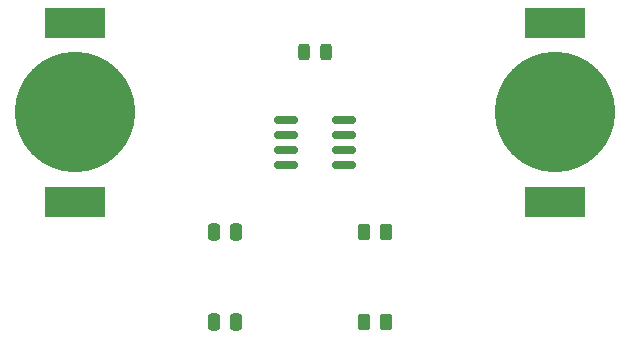
<source format=gbr>
%TF.GenerationSoftware,KiCad,Pcbnew,(6.0.7)*%
%TF.CreationDate,2022-10-01T22:51:18-07:00*%
%TF.ProjectId,Intro Project,496e7472-6f20-4507-926f-6a6563742e6b,rev?*%
%TF.SameCoordinates,Original*%
%TF.FileFunction,Soldermask,Top*%
%TF.FilePolarity,Negative*%
%FSLAX46Y46*%
G04 Gerber Fmt 4.6, Leading zero omitted, Abs format (unit mm)*
G04 Created by KiCad (PCBNEW (6.0.7)) date 2022-10-01 22:51:18*
%MOMM*%
%LPD*%
G01*
G04 APERTURE LIST*
G04 Aperture macros list*
%AMRoundRect*
0 Rectangle with rounded corners*
0 $1 Rounding radius*
0 $2 $3 $4 $5 $6 $7 $8 $9 X,Y pos of 4 corners*
0 Add a 4 corners polygon primitive as box body*
4,1,4,$2,$3,$4,$5,$6,$7,$8,$9,$2,$3,0*
0 Add four circle primitives for the rounded corners*
1,1,$1+$1,$2,$3*
1,1,$1+$1,$4,$5*
1,1,$1+$1,$6,$7*
1,1,$1+$1,$8,$9*
0 Add four rect primitives between the rounded corners*
20,1,$1+$1,$2,$3,$4,$5,0*
20,1,$1+$1,$4,$5,$6,$7,0*
20,1,$1+$1,$6,$7,$8,$9,0*
20,1,$1+$1,$8,$9,$2,$3,0*%
G04 Aperture macros list end*
%ADD10R,5.100000X2.500000*%
%ADD11C,10.200000*%
%ADD12RoundRect,0.250000X-0.262500X-0.450000X0.262500X-0.450000X0.262500X0.450000X-0.262500X0.450000X0*%
%ADD13RoundRect,0.243750X-0.243750X-0.456250X0.243750X-0.456250X0.243750X0.456250X-0.243750X0.456250X0*%
%ADD14RoundRect,0.250000X0.250000X0.475000X-0.250000X0.475000X-0.250000X-0.475000X0.250000X-0.475000X0*%
%ADD15RoundRect,0.150000X-0.825000X-0.150000X0.825000X-0.150000X0.825000X0.150000X-0.825000X0.150000X0*%
%ADD16RoundRect,0.250000X-0.250000X-0.475000X0.250000X-0.475000X0.250000X0.475000X-0.250000X0.475000X0*%
G04 APERTURE END LIST*
D10*
%TO.C,BT1*%
X195580000Y-63520000D03*
X195580000Y-78720000D03*
D11*
X195580000Y-71120000D03*
%TD*%
D12*
%TO.C,10k1*%
X179427500Y-81280000D03*
X181252500Y-81280000D03*
%TD*%
D10*
%TO.C,BT2*%
X154940000Y-63520000D03*
X154940000Y-78720000D03*
D11*
X154940000Y-71120000D03*
%TD*%
D13*
%TO.C,D1*%
X174322500Y-66040000D03*
X176197500Y-66040000D03*
%TD*%
D14*
%TO.C,C1*%
X168590000Y-81280000D03*
X166690000Y-81280000D03*
%TD*%
D15*
%TO.C,U1*%
X172785000Y-71755000D03*
X172785000Y-73025000D03*
X172785000Y-74295000D03*
X172785000Y-75565000D03*
X177735000Y-75565000D03*
X177735000Y-74295000D03*
X177735000Y-73025000D03*
X177735000Y-71755000D03*
%TD*%
D16*
%TO.C,C2*%
X166690000Y-88900000D03*
X168590000Y-88900000D03*
%TD*%
D12*
%TO.C,5k1*%
X179427500Y-88900000D03*
X181252500Y-88900000D03*
%TD*%
M02*

</source>
